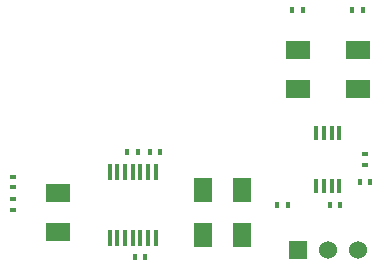
<source format=gts>
G04 (created by PCBNEW (2013-07-07 BZR 4022)-stable) date Friday 29 November 2013 01:10:28 PM IST*
%MOIN*%
G04 Gerber Fmt 3.4, Leading zero omitted, Abs format*
%FSLAX34Y34*%
G01*
G70*
G90*
G04 APERTURE LIST*
%ADD10C,0.00590551*%
%ADD11R,0.016X0.05*%
%ADD12R,0.017X0.055*%
%ADD13R,0.06X0.08*%
%ADD14R,0.08X0.06*%
%ADD15R,0.0157X0.0236*%
%ADD16R,0.0236X0.0157*%
%ADD17R,0.06X0.06*%
%ADD18C,0.06*%
G04 APERTURE END LIST*
G54D10*
G54D11*
X27385Y-26125D03*
X27130Y-26125D03*
X26870Y-26125D03*
X26615Y-26125D03*
X26615Y-27875D03*
X26870Y-27875D03*
X27130Y-27875D03*
X27385Y-27875D03*
G54D12*
X19740Y-29600D03*
X19990Y-29600D03*
X20250Y-29600D03*
X20500Y-29600D03*
X20760Y-29600D03*
X21015Y-29600D03*
X21270Y-29600D03*
X21270Y-27400D03*
X21015Y-27400D03*
X20760Y-27400D03*
X20500Y-27400D03*
X20245Y-27400D03*
X19990Y-27400D03*
X19735Y-27400D03*
G54D13*
X24150Y-29500D03*
X22850Y-29500D03*
X22850Y-28000D03*
X24150Y-28000D03*
G54D14*
X28000Y-24650D03*
X28000Y-23350D03*
X26000Y-24650D03*
X26000Y-23350D03*
G54D15*
X25823Y-22000D03*
X26177Y-22000D03*
X21073Y-26750D03*
X21427Y-26750D03*
X25677Y-28500D03*
X25323Y-28500D03*
X28073Y-27750D03*
X28427Y-27750D03*
G54D16*
X28250Y-26823D03*
X28250Y-27177D03*
G54D15*
X28177Y-22000D03*
X27823Y-22000D03*
G54D16*
X16500Y-27573D03*
X16500Y-27927D03*
X16500Y-28323D03*
X16500Y-28677D03*
G54D15*
X27073Y-28500D03*
X27427Y-28500D03*
X20573Y-30250D03*
X20927Y-30250D03*
X20323Y-26750D03*
X20677Y-26750D03*
G54D17*
X26000Y-30000D03*
G54D18*
X27000Y-30000D03*
X28000Y-30000D03*
G54D14*
X18000Y-28100D03*
X18000Y-29400D03*
M02*

</source>
